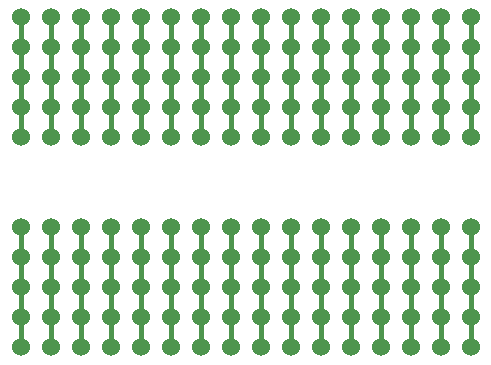
<source format=gbr>
%TF.GenerationSoftware,KiCad,Pcbnew,5.1.9-73d0e3b20d~88~ubuntu20.04.1*%
%TF.CreationDate,2021-01-27T17:21:39-06:00*%
%TF.ProjectId,ProtoPCBs,50726f74-6f50-4434-9273-2e6b69636164,rev?*%
%TF.SameCoordinates,Original*%
%TF.FileFunction,Copper,L1,Top*%
%TF.FilePolarity,Positive*%
%FSLAX46Y46*%
G04 Gerber Fmt 4.6, Leading zero omitted, Abs format (unit mm)*
G04 Created by KiCad (PCBNEW 5.1.9-73d0e3b20d~88~ubuntu20.04.1) date 2021-01-27 17:21:39*
%MOMM*%
%LPD*%
G01*
G04 APERTURE LIST*
%TA.AperFunction,ComponentPad*%
%ADD10C,1.524000*%
%TD*%
%TA.AperFunction,Conductor*%
%ADD11C,0.406400*%
%TD*%
G04 APERTURE END LIST*
D10*
%TO.P,REF\u002A\u002A,1*%
%TO.N,N/C*%
X193040000Y-83820000D03*
X193040000Y-93980000D03*
X203200000Y-86360000D03*
X228600000Y-93980000D03*
X228600000Y-88900000D03*
X226060000Y-83820000D03*
X215900000Y-93980000D03*
X205740000Y-86360000D03*
X213360000Y-88900000D03*
X223520000Y-83820000D03*
X231140000Y-91440000D03*
X193040000Y-86360000D03*
X213360000Y-86360000D03*
X213360000Y-93980000D03*
X220980000Y-91440000D03*
X220980000Y-93980000D03*
X205740000Y-83820000D03*
X220980000Y-86360000D03*
X195580000Y-93980000D03*
X198120000Y-88900000D03*
X226060000Y-88900000D03*
X213360000Y-91440000D03*
X231140000Y-86360000D03*
X218440000Y-86360000D03*
X208280000Y-91440000D03*
X231140000Y-93980000D03*
X223520000Y-91440000D03*
X223520000Y-93980000D03*
X218440000Y-93980000D03*
X203200000Y-88900000D03*
X200660000Y-88900000D03*
X208280000Y-83820000D03*
X215900000Y-83820000D03*
X218440000Y-91440000D03*
X218440000Y-88900000D03*
X228600000Y-91440000D03*
X220980000Y-83820000D03*
X215900000Y-91440000D03*
X200660000Y-91440000D03*
X220980000Y-88900000D03*
X228600000Y-83820000D03*
X200660000Y-93980000D03*
X215900000Y-88900000D03*
X231140000Y-83820000D03*
X208280000Y-93980000D03*
X208280000Y-88900000D03*
X203200000Y-83820000D03*
X210820000Y-91440000D03*
X200660000Y-83820000D03*
X215900000Y-86360000D03*
X195580000Y-91440000D03*
X205740000Y-91440000D03*
X223520000Y-86360000D03*
X226060000Y-86360000D03*
X213360000Y-83820000D03*
X228600000Y-86360000D03*
X226060000Y-93980000D03*
X198120000Y-83820000D03*
X195580000Y-88900000D03*
X210820000Y-83820000D03*
X193040000Y-91440000D03*
X210820000Y-86360000D03*
X231140000Y-88900000D03*
X208280000Y-86360000D03*
X223520000Y-88900000D03*
X205740000Y-93980000D03*
X205740000Y-88900000D03*
X195580000Y-86360000D03*
X198120000Y-93980000D03*
X210820000Y-93980000D03*
X210820000Y-88900000D03*
X226060000Y-91440000D03*
X218440000Y-83820000D03*
X203200000Y-93980000D03*
X193040000Y-88900000D03*
X198120000Y-86360000D03*
X200660000Y-86360000D03*
X195580000Y-83820000D03*
X198120000Y-91440000D03*
X203200000Y-91440000D03*
X213360000Y-66040000D03*
X213360000Y-76200000D03*
X223520000Y-68580000D03*
X226060000Y-68580000D03*
X213360000Y-68580000D03*
X226060000Y-66040000D03*
X215900000Y-76200000D03*
X218440000Y-71120000D03*
X228600000Y-73660000D03*
X223520000Y-71120000D03*
X220980000Y-71120000D03*
X228600000Y-66040000D03*
X220980000Y-73660000D03*
X220980000Y-76200000D03*
X228600000Y-76200000D03*
X228600000Y-71120000D03*
X223520000Y-66040000D03*
X231140000Y-73660000D03*
X220980000Y-66040000D03*
X215900000Y-73660000D03*
X226060000Y-73660000D03*
X218440000Y-66040000D03*
X215900000Y-71120000D03*
X231140000Y-66040000D03*
X213360000Y-73660000D03*
X231140000Y-68580000D03*
X228600000Y-68580000D03*
X226060000Y-76200000D03*
X226060000Y-71120000D03*
X215900000Y-68580000D03*
X218440000Y-76200000D03*
X231140000Y-76200000D03*
X231140000Y-71120000D03*
X223520000Y-76200000D03*
X213360000Y-71120000D03*
X218440000Y-68580000D03*
X220980000Y-68580000D03*
X215900000Y-66040000D03*
X218440000Y-73660000D03*
X223520000Y-73660000D03*
X210820000Y-73660000D03*
X210820000Y-66040000D03*
X210820000Y-76200000D03*
X210820000Y-71120000D03*
X210820000Y-68580000D03*
X208280000Y-68580000D03*
X208280000Y-66040000D03*
X208280000Y-73660000D03*
X208280000Y-76200000D03*
X208280000Y-71120000D03*
X205740000Y-68580000D03*
X205740000Y-71120000D03*
X205740000Y-66040000D03*
X205740000Y-76200000D03*
X205740000Y-73660000D03*
X203200000Y-71120000D03*
X203200000Y-73660000D03*
X203200000Y-76200000D03*
X203200000Y-66040000D03*
X203200000Y-68580000D03*
X200660000Y-71120000D03*
X200660000Y-66040000D03*
X200660000Y-76200000D03*
X200660000Y-68580000D03*
X200660000Y-73660000D03*
X198120000Y-76200000D03*
X198120000Y-73660000D03*
X198120000Y-71120000D03*
X198120000Y-68580000D03*
X198120000Y-66040000D03*
X195580000Y-66040000D03*
X195580000Y-76200000D03*
X195580000Y-68580000D03*
X195580000Y-73660000D03*
X195580000Y-71120000D03*
X193040000Y-76200000D03*
X193040000Y-73660000D03*
X193040000Y-71120000D03*
X193040000Y-68580000D03*
X193040000Y-66040000D03*
%TD*%
D11*
%TO.N,*%
X203200000Y-66040000D02*
X203200000Y-76200000D01*
X193040000Y-66040000D02*
X193040000Y-76200000D01*
X200660000Y-66040000D02*
X200660000Y-76200000D01*
X205740000Y-66040000D02*
X205740000Y-76200000D01*
X195580000Y-66040000D02*
X195580000Y-76200000D01*
X208280000Y-66040000D02*
X208280000Y-76200000D01*
X198120000Y-66040000D02*
X198120000Y-76200000D01*
X210820000Y-66040000D02*
X210820000Y-76200000D01*
X215900000Y-66040000D02*
X215900000Y-76200000D01*
X218440000Y-66040000D02*
X218440000Y-76200000D01*
X220980000Y-66040000D02*
X220980000Y-76200000D01*
X228600000Y-66040000D02*
X228600000Y-76200000D01*
X223520000Y-66040000D02*
X223520000Y-76200000D01*
X213360000Y-66040000D02*
X213360000Y-76200000D01*
X231140000Y-66040000D02*
X231140000Y-76200000D01*
X226060000Y-66040000D02*
X226060000Y-76200000D01*
X195580000Y-83820000D02*
X195580000Y-93980000D01*
X213360000Y-83820000D02*
X213360000Y-93980000D01*
X220980000Y-83820000D02*
X220980000Y-93980000D01*
X228600000Y-83820000D02*
X228600000Y-93980000D01*
X198120000Y-83820000D02*
X198120000Y-93980000D01*
X218440000Y-83820000D02*
X218440000Y-93980000D01*
X200660000Y-83820000D02*
X200660000Y-93980000D01*
X208280000Y-83820000D02*
X208280000Y-93980000D01*
X203200000Y-83820000D02*
X203200000Y-93980000D01*
X231140000Y-83820000D02*
X231140000Y-93980000D01*
X226060000Y-83820000D02*
X226060000Y-93980000D01*
X193040000Y-83820000D02*
X193040000Y-93980000D01*
X210820000Y-83820000D02*
X210820000Y-93980000D01*
X205740000Y-83820000D02*
X205740000Y-93980000D01*
X223520000Y-83820000D02*
X223520000Y-93980000D01*
X215900000Y-83820000D02*
X215900000Y-93980000D01*
%TD*%
M02*

</source>
